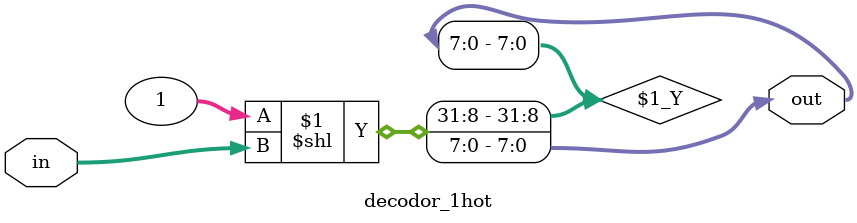
<source format=sv>
module decodor_1hot
	(
		input logic [2:0] in,
		output logic [7:0] out 
	);

assign out = 1 << in; 

endmodule
</source>
